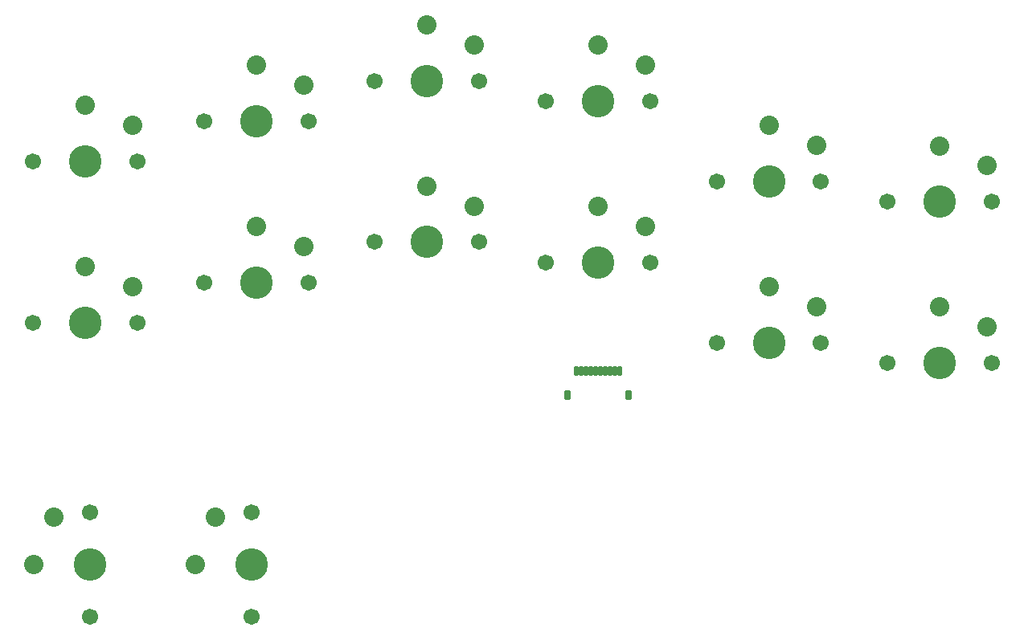
<source format=gts>
G04 #@! TF.GenerationSoftware,KiCad,Pcbnew,7.0.8*
G04 #@! TF.CreationDate,2024-04-01T22:34:59+01:00*
G04 #@! TF.ProjectId,right,72696768-742e-46b6-9963-61645f706362,v1.0.0*
G04 #@! TF.SameCoordinates,Original*
G04 #@! TF.FileFunction,Soldermask,Top*
G04 #@! TF.FilePolarity,Negative*
%FSLAX46Y46*%
G04 Gerber Fmt 4.6, Leading zero omitted, Abs format (unit mm)*
G04 Created by KiCad (PCBNEW 7.0.8) date 2024-04-01 22:34:59*
%MOMM*%
%LPD*%
G01*
G04 APERTURE LIST*
G04 Aperture macros list*
%AMRoundRect*
0 Rectangle with rounded corners*
0 $1 Rounding radius*
0 $2 $3 $4 $5 $6 $7 $8 $9 X,Y pos of 4 corners*
0 Add a 4 corners polygon primitive as box body*
4,1,4,$2,$3,$4,$5,$6,$7,$8,$9,$2,$3,0*
0 Add four circle primitives for the rounded corners*
1,1,$1+$1,$2,$3*
1,1,$1+$1,$4,$5*
1,1,$1+$1,$6,$7*
1,1,$1+$1,$8,$9*
0 Add four rect primitives between the rounded corners*
20,1,$1+$1,$2,$3,$4,$5,0*
20,1,$1+$1,$4,$5,$6,$7,0*
20,1,$1+$1,$6,$7,$8,$9,0*
20,1,$1+$1,$8,$9,$2,$3,0*%
G04 Aperture macros list end*
%ADD10C,3.429000*%
%ADD11C,1.701800*%
%ADD12C,2.032000*%
%ADD13RoundRect,0.102000X0.150000X0.400000X-0.150000X0.400000X-0.150000X-0.400000X0.150000X-0.400000X0*%
%ADD14RoundRect,0.102000X0.200000X0.400000X-0.200000X0.400000X-0.200000X-0.400000X0.200000X-0.400000X0*%
G04 APERTURE END LIST*
D10*
X316000000Y-138250000D03*
D11*
X321500000Y-138250000D03*
X310500000Y-138250000D03*
D12*
X321000000Y-134450000D03*
X316000000Y-132350000D03*
D10*
X316000000Y-121250000D03*
D11*
X321500000Y-121250000D03*
X310500000Y-121250000D03*
D12*
X321000000Y-117450000D03*
X316000000Y-115350000D03*
D10*
X298000000Y-136125000D03*
D11*
X303500000Y-136125000D03*
X292500000Y-136125000D03*
D12*
X303000000Y-132325000D03*
X298000000Y-130225000D03*
D10*
X298000000Y-119125000D03*
D11*
X303500000Y-119125000D03*
X292500000Y-119125000D03*
D12*
X303000000Y-115325000D03*
X298000000Y-113225000D03*
D10*
X280000000Y-127625000D03*
D11*
X285500000Y-127625000D03*
X274500000Y-127625000D03*
D12*
X285000000Y-123825000D03*
X280000000Y-121725000D03*
D10*
X280000000Y-110625000D03*
D11*
X285500000Y-110625000D03*
X274500000Y-110625000D03*
D12*
X285000000Y-106825000D03*
X280000000Y-104725000D03*
D10*
X262000000Y-125500000D03*
D11*
X267500000Y-125500000D03*
X256500000Y-125500000D03*
D12*
X267000000Y-121700000D03*
X262000000Y-119600000D03*
D10*
X262000000Y-108500000D03*
D11*
X267500000Y-108500000D03*
X256500000Y-108500000D03*
D12*
X267000000Y-104700000D03*
X262000000Y-102600000D03*
D10*
X244000000Y-129750000D03*
D11*
X249500000Y-129750000D03*
X238500000Y-129750000D03*
D12*
X249000000Y-125950000D03*
X244000000Y-123850000D03*
D10*
X244000000Y-112750000D03*
D11*
X249500000Y-112750000D03*
X238500000Y-112750000D03*
D12*
X249000000Y-108950000D03*
X244000000Y-106850000D03*
D10*
X226000000Y-134000000D03*
D11*
X231500000Y-134000000D03*
X220500000Y-134000000D03*
D12*
X231000000Y-130200000D03*
X226000000Y-128100000D03*
D10*
X226000000Y-117000000D03*
D11*
X231500000Y-117000000D03*
X220500000Y-117000000D03*
D12*
X231000000Y-113200000D03*
X226000000Y-111100000D03*
D10*
X243500000Y-159500000D03*
D11*
X243500000Y-154000000D03*
X243500000Y-165000000D03*
D12*
X239700000Y-154500000D03*
X237600000Y-159500000D03*
D10*
X226500000Y-159500000D03*
D11*
X226500000Y-154000000D03*
X226500000Y-165000000D03*
D12*
X222700000Y-154500000D03*
X220600000Y-159500000D03*
D13*
X277750000Y-139125000D03*
X278250000Y-139125000D03*
X278750000Y-139125000D03*
X279250000Y-139125000D03*
X279750000Y-139125000D03*
X280250000Y-139125000D03*
X280750000Y-139125000D03*
X281250000Y-139125000D03*
X281750000Y-139125000D03*
X282250000Y-139125000D03*
D14*
X276800000Y-141625000D03*
X283200000Y-141625000D03*
M02*

</source>
